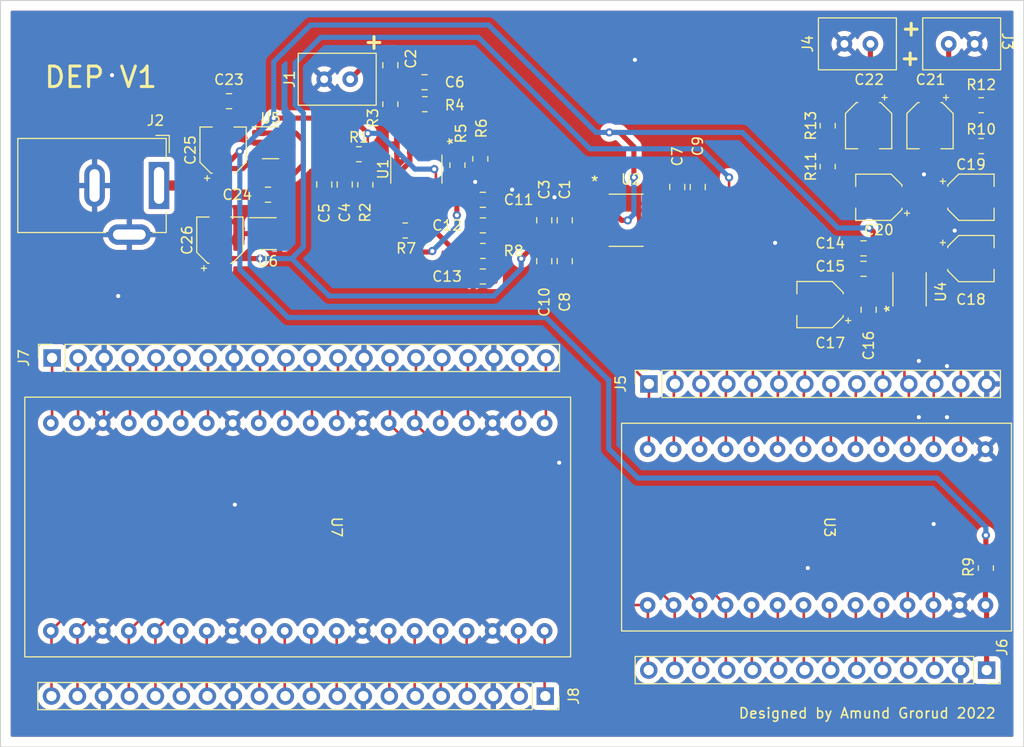
<source format=kicad_pcb>
(kicad_pcb (version 20211014) (generator pcbnew)
  (layers (0 "F.Cu" signal) (31 "B.Cu" signal) (34 "B.Paste" user) (35 "F.Paste" user) (36 "B.SilkS" user "B.Silkscreen") (37 "F.SilkS" user "F.Silkscreen") (38 "B.Mask" user) (39 "F.Mask" user) (44 "Edge.Cuts" user))
  (net 0 "")
  (net 1 "GND")
  (net 2 "+5V")
  (net 3 "Net-(C2-Pad2)")
  (net 4 "Net-(C7-Pad1)")
  (net 5 "+3V3")
  (net 6 "/Input/Vin-")
  (net 7 "/Input/Vin+")
  (net 8 "Net-(C19-Pad2)")
  (net 9 "Net-(C20-Pad2)")
  (net 10 "/Output/PedalOut")
  (net 11 "/Output/HeadphoneOut")
  (net 12 "/FPGA/DATA")
  (net 13 "/FPGA/FSYNC")
  (net 14 "/FPGA/BCK")
  (net 15 "/FPGA/SCKID")
  (net 16 "/FPGA/HPFD")
  (net 17 "/FPGA/~{RST}")
  (net 18 "/FPGA/RATE")
  (net 19 "/FPGA/MCLK")
  (net 20 "/FPGA/~{DEM}{slash}SCLK")
  (net 21 "/FPGA/SDIN")
  (net 22 "/FPGA/LRCK")
  (net 23 "/FPGA/SPI_SCK")
  (net 24 "/FPGA/SPI_CS")
  (net 25 "/FPGA/SCL")
  (net 26 "/FPGA/SDA")
  (net 27 "/signal_in")
  (net 28 "/9Vin")
  (net 29 "/Input/2V5_reference_input_stage")
  (net 30 "/Input/OPamp_1_positive_input")
  (net 31 "/Input/OPamp_1_output")
  (net 32 "/Input/OPamp_2_positive_input")
  (net 33 "/Input/OPamp_2_output")
  (net 34 "/FPGA/FPGA_GPIO_6")
  (net 35 "/FPGA/FPGA_GPIO_5")
  (net 36 "/FPGA/FPGA_Vin")
  (net 37 "/FPGA/FPGA_GPIO_23")
  (net 38 "/FPGA/FPGA_GPIO_22")
  (net 39 "/FPGA/FPGA_GPIO_21")
  (net 40 "/FPGA/FPGA_GPIO_20")
  (net 41 "/FPGA/FPGA_GPIO_19")
  (net 42 "/FPGA/FPGA_GPIO_18")
  (net 43 "/Output/DAC_VQ")
  (net 44 "/Output/DAC_FILT+")
  (net 45 "/Output/DAC_OUT_L")
  (net 46 "/Output/DAC_OUT_R")
  (net 47 "/MCU/MCU_GP15")
  (net 48 "/MCU/MCU_GP14")
  (net 49 "/MCU/MCU_GP13")
  (net 50 "/MCU/MCU_GP12")
  (net 51 "/MCU/MCU_GP11")
  (net 52 "/MCU/MCU_GP10")
  (net 53 "/MCU/MCU_GP9")
  (net 54 "/MCU/MCU_GP8")
  (net 55 "/MCU/MCU_GP7")
  (net 56 "/MCU/MCU_GP6")
  (net 57 "/MCU/MCU_GP3")
  (net 58 "/MCU/MCU_GP2")
  (net 59 "/MCU/MCU_GP1")
  (net 60 "/MCU/MCU_GP0")
  (net 61 "/MCU/MCU_VBUS")
  (net 62 "/MCU/MCU_VSYS")
  (net 63 "/MCU/MCU_3V3_EN")
  (net 64 "/MCU/MC_3V3")
  (net 65 "/MCU/MCU_GP28")
  (net 66 "/MCU/MCU_GP27")
  (net 67 "/MCU/MCU_GP26")
  (net 68 "/MCU/MCU_RUN")
  (net 69 "/MCU/MCU_GP22")
  (net 70 "/MCU/MCU_GP21")
  (net 71 "/MCU/MCU_GP20")
  (net 72 "/MCU/MCU_ADC_VREF")
  (net 73 "/FPGA/SPI_CIPO")
  (net 74 "/FPGA/SPI_POCI")
  (footprint "Homemade:Audio Jack Row" (layer "F.Cu") (at 187.556 77.24 -90)
    (fp_text reference "J4")
    (fp_text value "AudioJack2")
  )
  (footprint "Capacitor_SMD:C_0805_2012Metric" (layer "F.Cu") (at 166.141 91.24 -90)
    (fp_text reference "C7")
    (fp_text value "0.1uF")
  )
  (footprint "Capacitor_SMD:CP_Elec_4x3" (layer "F.Cu") (at 185.841 92.24 180)
    (fp_text reference "C20")
    (fp_text value "3.3uF")
  )
  (footprint "Resistor_SMD:R_0805_2012Metric" (layer "F.Cu") (at 196.3 128.5 -90)
    (fp_text reference "R9")
    (fp_text value "0")
  )
  (footprint "Connector_PinSocket_2.54mm:PinSocket_1x14_P2.54mm_Vertical" (layer "F.Cu") (at 196.371 138.485 -90)
    (fp_text reference "J6")
    (fp_text value "Conn_01x14")
  )
  (footprint "Capacitor_SMD:C_0805_2012Metric" (layer "F.Cu") (at 147.141 92.49 180)
    (fp_text reference "C11")
    (fp_text value "100pF")
  )
  (footprint "Resistor_SMD:R_0805_2012Metric" (layer "F.Cu") (at 195.841 83.24 180)
    (fp_text reference "R12")
    (fp_text value "470")
  )
  (footprint "CS4345:CS4345-CZZ" (layer "F.Cu") (at 188.841 101.24 90)
    (fp_text reference "U4")
    (fp_text value "CS4345-CZZ" hide)
  )
  (footprint "Capacitor_SMD:C_0805_2012Metric" (layer "F.Cu") (at 153.141 98.49 90)
    (fp_text reference "C10")
    (fp_text value "10uF")
  )
  (footprint "Capacitor_SMD:CP_Elec_4x3" (layer "F.Cu") (at 184.841 85.24 -90)
    (fp_text reference "C22")
    (fp_text value "?")
  )
  (footprint "Resistor_SMD:R_0805_2012Metric" (layer "F.Cu") (at 138.101 83.14 -90)
    (fp_text reference "R3")
    (fp_text value "?")
  )
  (footprint "Resistor_SMD:R_0805_2012Metric" (layer "F.Cu") (at 139.5535 95.49)
    (fp_text reference "R7")
    (fp_text value "2.49k")
  )
  (footprint "Capacitor_SMD:C_0805_2012Metric" (layer "F.Cu") (at 138.101 79.33 -90)
    (fp_text reference "C2")
    (fp_text value "10uF")
  )
  (footprint "Connector_PinSocket_2.54mm:PinSocket_1x20_P2.54mm_Vertical" (layer "F.Cu") (at 105.041 107.955 90)
    (fp_text reference "J7")
    (fp_text value "Conn_01x20")
  )
  (footprint "Resistor_SMD:R_0805_2012Metric" (layer "F.Cu") (at 180.841 85.24 90)
    (fp_text reference "R13")
    (fp_text value "470")
  )
  (footprint "Capacitor_SMD:C_0805_2012Metric" (layer "F.Cu") (at 168.141 91.24 -90)
    (fp_text reference "C9")
    (fp_text value "10uF")
  )
  (footprint "Homemade:Audio Jack Row" (layer "F.Cu") (at 190.126 77.24 90)
    (fp_text reference "J3")
    (fp_text value "AudioJack2")
  )
  (footprint "Resistor_SMD:R_0805_2012Metric" (layer "F.Cu") (at 195.841 87.24)
    (fp_text reference "R10")
    (fp_text value "10k")
  )
  (footprint "Homemade:Audio Jack Row" (layer "F.Cu") (at 136.715 80.7 -90)
    (fp_text reference "J1")
    (fp_text value "AudioJack2")
  )
  (footprint "Capacitor_SMD:C_0805_2012Metric" (layer "F.Cu") (at 147.141 94.99)
    (fp_text reference "C12")
    (fp_text value "0.022uF")
  )
  (footprint "Capacitor_SMD:C_0805_2012Metric" (layer "F.Cu") (at 131.641 90.99 90)
    (fp_text reference "C5")
    (fp_text value "0.1uF")
  )
  (footprint "Capacitor_SMD:C_0805_2012Metric" (layer "F.Cu") (at 155.141 94.49 -90)
    (fp_text reference "C1")
    (fp_text value "10uF")
  )
  (footprint "Resistor_SMD:R_0805_2012Metric" (layer "F.Cu") (at 147.141 97.49)
    (fp_text reference "R8")
    (fp_text value "40.2k")
  )
  (footprint "Capacitor_SMD:C_0805_2012Metric" (layer "F.Cu") (at 184.341 99.24 180)
    (fp_text reference "C15")
    (fp_text value "0.1uF")
  )
  (footprint "Resistor_SMD:R_0805_2012Metric" (layer "F.Cu") (at 135.021 88.0325)
    (fp_text reference "R1")
    (fp_text value "10k")
  )
  (footprint "Capacitor_SMD:CP_Elec_4x3" (layer "F.Cu") (at 190.841 85.24 -90)
    (fp_text reference "C21")
    (fp_text value "?")
  )
  (footprint "Capacitor_SMD:C_0805_2012Metric" (layer "F.Cu") (at 122.3275 82.846 180)
    (fp_text reference "C23")
    (fp_text value "0.1uF")
  )
  (footprint "Capacitor_SMD:C_0805_2012Metric" (layer "F.Cu") (at 184.841 103.24 90)
    (fp_text reference "C16")
    (fp_text value "0.1uF")
  )
  (footprint "Capacitor_SMD:C_0805_2012Metric" (layer "F.Cu") (at 141.441 80.99)
    (fp_text reference "C6")
    (fp_text value "?")
  )
  (footprint "Resistor_SMD:R_0805_2012Metric" (layer "F.Cu") (at 146.891 88.49 -90)
    (fp_text reference "R6")
    (fp_text value "40.2k")
  )
  (footprint "Homemade:TinyFPGA BX" (layer "F.Cu") (at 178.48 124.5 -90)
    (fp_text reference "U3")
    (fp_text value "TinyFPGA_BX")
  )
  (footprint "Resistor_SMD:R_0805_2012Metric" (layer "F.Cu") (at 144.656 89.105 90)
    (fp_text reference "R5")
    (fp_text value "2.49k")
  )
  (footprint "Resistor_SMD:R_0805_2012Metric" (layer "F.Cu") (at 180.841 89.24 90)
    (fp_text reference "R11")
    (fp_text value "10k")
  )
  (footprint "Homemade:Raspberry Pi Pico" (layer "F.Cu") (at 155.716 124.49 -90)
    (fp_text reference "U7")
    (fp_text value "Raspberry_Pi_Pico")
  )
  (footprint "Capacitor_SMD:CP_Elec_4x3" (layer "F.Cu") (at 121.7535 87.63 90)
    (fp_text reference "C25")
    (fp_text value "4.7uF")
  )
  (footprint "Package_TO_SOT_SMD:SOT-23-5" (layer "F.Cu") (at 126.3915 86.91)
    (fp_text reference "U5")
    (fp_text value "MAX1615xUK")
  )
  (footprint "Capacitor_SMD:CP_Elec_4x3" (layer "F.Cu") (at 194.841 92.24)
    (fp_text reference "C19")
    (fp_text value "3.3uF")
  )
  (footprint "Capacitor_SMD:C_0805_2012Metric" (layer "F.Cu") (at 155.141 98.49 90)
    (fp_text reference "C8")
    (fp_text value "0.1uF")
  )
  (footprint "Capacitor_SMD:CP_Elec_4x3" (layer "F.Cu") (at 180.091 102.74 180)
    (fp_text reference "C17")
    (fp_text value "3.3uF")
  )
  (footprint "Capacitor_SMD:C_0805_2012Metric" (layer "F.Cu") (at 184.341 97.24 180)
    (fp_text reference "C14")
    (fp_text value "1uF")
  )
  (footprint "PCM4201:PCM4201PWR" (layer "F.Cu") (at 161.141 94.49)
    (fp_text reference "U2")
    (fp_text value "PCM4201PWR" hide)
  )
  (footprint "Capacitor_SMD:C_0805_2012Metric" (layer "F.Cu") (at 147.141 99.99)
    (fp_text reference "C13")
    (fp_text value "100pF")
  )
  (footprint "OPA2134:OPA2134UAE4" (layer "F.Cu") (at 140.641 89.49 -90)
    (fp_text reference "U1")
    (fp_text value "OPA2134" hide)
  )
  (footprint "Capacitor_SMD:C_0805_2012Metric" (layer "F.Cu") (at 126.141 91.99)
    (fp_text reference "C24")
    (fp_text value "0.1uF")
  )
  (footprint "Connector_PinSocket_2.54mm:PinSocket_1x20_P2.54mm_Vertical" (layer "F.Cu") (at 153.241 141.025 -90)
    (fp_text reference "J8")
    (fp_text value "Conn_01x20")
  )
  (footprint "Capacitor_SMD:CP_Elec_4x3" (layer "F.Cu") (at 121.4385 96.435 90)
    (fp_text reference "C26")
    (fp_text value "4.7uF")
  )
  (footprint "Package_TO_SOT_SMD:SOT-23-5" (layer "F.Cu") (at 126.1375 95.8)
    (fp_text reference "U6")
    (fp_text value "MAX1615xUK")
  )
  (footprint "Capacitor_SMD:CP_Elec_4x3" (layer "F.Cu") (at 194.841 98.24)
    (fp_text reference "C18")
    (fp_text value "10uF")
  )
  (footprint "Connector_BarrelJack:BarrelJack_GCT_DCJ200-10-A_Horizontal" (layer "F.Cu") (at 115.491 91.09 -90)
    (fp_text reference "J2")
    (fp_text value "Barrel_Jack_Switch")
  )
  (footprint "Connector_PinSocket_2.54mm:PinSocket_1x14_P2.54mm_Vertical" (layer "F.Cu") (at 163.371 110.495 90)
    (fp_text reference "J5")
    (fp_text value "Conn_01x14")
  )
  (footprint "Resistor_SMD:R_0805_2012Metric" (layer "F.Cu") (at 141.466 83.14)
    (fp_text reference "R4")
    (fp_text value "?")
  )
  (footprint "Resistor_SMD:R_0805_2012Metric" (layer "F.Cu") (at 135.656 91.0175 90)
    (fp_text reference "R2")
    (fp_text value "10k")
  )
  (footprint "Capacitor_SMD:C_0805_2012Metric" (layer "F.Cu") (at 153.141 94.49 -90)
    (fp_text reference "C3")
    (fp_text value "0.1uF")
  )
  (footprint "Capacitor_SMD:C_0805_2012Metric" (layer "F.Cu") (at 133.641 90.99 90)
    (fp_text reference "C4")
    (fp_text value "10uF")
  )
  (gr_rect (start 100 73) (end 200 146) (layer "Edge.Cuts") (width 0.1) (fill none))
  (gr_text "+" (at 188.9 78.6) (layer "F.SilkS") (effects (font (size 1.5 1.5) (thickness 0.3))))
  (gr_text "DEP V1" (at 109.8 80.5) (layer "F.SilkS") (effects (font (size 2 2) (thickness 0.3))))
  (gr_text "+" (at 189 75.7) (layer "F.SilkS") (effects (font (size 1.5 1.5) (thickness 0.3))))
  (gr_text "Designed by Amund Grorud 2022" (at 184.7 142.7) (layer "F.SilkS") (effects (font (size 1 1))))
  (gr_text "+" (at 136.5 77) (layer "F.SilkS") (effects (font (size 1.5 1.5) (thickness 0.3))))
  (segment (start 154.141 93.49) (end 154.191 93.54) (width 0.25) (layer "F.Cu") (net 1))
  (segment (start 155.165999 93.515001) (end 155.141 93.54) (width 0.25) (layer "F.Cu") (net 1))
  (segment (start 154.141 93.49) (end 153.191 93.49) (width 0.25) (layer "F.Cu") (net 1))
  (segment (start 146.191 90.94) (end 146.391 90.74) (width 0.25) (layer "F.Cu") (net 1))
  (segment (start 110.121 107.955) (end 110.121 114.205) (width 0.25) (layer "F.Cu") (net 1))
  (segment (start 166.141 92.19) (end 164.815999 93.515001) (width 0.5) (layer "F.Cu") (net 1))
  (segment (start 188.841 100.24) (end 189.341 100.74) (width 0.25) (layer "F.Cu") (net 1))
  (segment (start 158.3216 93.515001) (end 155.165999 93.515001) (width 0.25) (layer "F.Cu") (net 1))
  (segment (start 158.3216 93.515001) (end 163.9604 93.515001) (width 0.25) (layer "F.Cu") (net 1))
  (segment (start 188.841 99.08735) (end 188.841 100.24) (width 0.25) (layer "F.Cu") (net 1))
  (segment (start 154.141 92.24) (end 154.141 93.49) (width 0.25) (layer "F.Cu") (net 1))
  (segment (start 110.121 114.205) (end 109.996 114.33) (width 0.25) (layer "F.Cu") (net 1))
  (segment (start 153.191 93.49) (end 153.141 93.54) (width 0.25) (layer "F.Cu") (net 1))
  (segment (start 164.815999 93.515001) (end 163.9604 93.515001) (width 0.5) (layer "F.Cu") (net 1))
  (segment (start 154.191 93.54) (end 155.141 93.54) (width 0.25) (layer "F.Cu") (net 1))
  (segment (start 146.191 92.49) (end 146.191 90.94) (width 0.25) (layer "F.Cu") (net 1))
  (via (at 111.5 101.9) (size 0.8) (drill 0.4) (layers "F.Cu" "B.Cu") (net 1))
  (via (at 193.25 95.5) (size 0.8) (drill 0.4) (layers "F.Cu" "B.Cu") (net 1))
  (via (at 154.6 118.2) (size 0.8) (drill 0.4) (layers "F.Cu" "B.Cu") (net 1))
  (via (at 191.2 124.2) (size 0.8) (drill 0.4) (layers "F.Cu" "B.Cu") (net 1))
  (via (at 190.25 90) (size 0.8) (drill 0.4) (layers "F.Cu" "B.Cu") (net 1))
  (via (at 154.141 92.24) (size 0.8) (drill 0.4) (layers "F.Cu" "B.Cu") (net 1))
  (via (at 146.391 90.74) (size 0.8) (drill 0.4) (layers "F.Cu" "B.Cu") (net 1))
  (via (at 122.9 122.3) (size 0.8) (drill 0.4) (layers "F.Cu" "B.Cu") (net 1))
  (via (at 175.7 96.7) (size 0.8) (drill 0.4) (layers "F.Cu" "B.Cu") (net 1))
  (via (at 189.75 113.75) (size 0.8) (drill 0.4) (layers "F.Cu" "B.Cu") (net 1))
  (via (at 189.75 108.25) (size 0.8) (drill 0.4) (layers "F.Cu" "B.Cu") (net 1))
  (via (at 192.5 113.75) (size 0.8) (drill 0.4) (layers "F.Cu" "B.Cu") (net 1))
  (via (at 178.9 128.5) (size 0.8) (drill 0.4) (layers "F.Cu" "B.Cu") (net 1))
  (via (at 192.5 108.75) (size 0.8) (drill 0.4) (layers "F.Cu" "B.Cu") (net 1))
  (via (at 162 78.8) (size 0.8) (drill 0.4) (layers "F.Cu" "B.Cu") (net 1))
  (via (at 110.9 80.3) (size 0.8) (drill 0.4) (layers "F.Cu" "B.Cu") (net 1))
  (via (at 150 91.5) (size 0.8) (drill 0.4) (layers "F.Cu" "B.Cu") (net 1))
  (segment (start 188.143821 100.24) (end 188.341 100.042821) (width 0.25) (layer "F.Cu") (net 2))
  (segment (start 160.5 85.9) (end 161 86.4) (width 0.5) (layer "F.Cu") (net 2))
  (segment (start 135.891 87.99) (end 135.9335 88.0325) (width 0.25) (layer "F.Cu") (net 2))
  (segment (start 186.291 100.24) (end 188.143821 100.24) (width 0.25) (layer "F.Cu") (net 2))
  (segment (start 160.364999 94.164999) (end 158.3216 94.164999) (width 0.5) (layer "F.Cu") (net 2))
  (segment (start 121.7535 89.3775) (end 123.391 87.74) (width 0.5) (layer "F.Cu") (net 2))
  (segment (start 159.5 85.9) (end 160.5 85.9) (width 0.5) (layer "F.Cu") (net 2))
  (segment (start 134.401 84.5) (end 135.891 85.99) (width 0.5) (layer "F.Cu") (net 2))
  (segment (start 121.7535 89.43) (end 121.7535 89.3775) (width 0.5) (layer "F.Cu") (net 2))
  (segment (start 155.141 95.44) (end 155.941 95.44) (width 0.25) (layer "F.Cu") (net 2))
  (segment (start 153.141 95.44) (end 155.141 95.44) (width 0.25) (layer "F.Cu") (net 2))
  (segment (start 142.546 89.645) (end 142.546 91.9538) (width 0.25) (layer "F.Cu") (net 2))
  (segment (start 135.891 85.99) (end 135.891 87.99) (width 0.25) (layer "F.Cu") (net 2))
  (segment (start 184.94 95.24) (end 185.291 95.591) (width 0.5) (layer "F.Cu") (net 2))
  (segment (start 160.7 94.5) (end 160.364999 94.164999) (width 0.5) (layer "F.Cu") (net 2))
  (segment (start 185.291 95.591) (end 185.291 97.24) (width 0.5) (layer "F.Cu") (net 2))
  (segment (start 185.291 99.24) (end 186.291 100.24) (width 0.25) (layer "F.Cu") (net 2))
  (segment (start 161 86.4) (end 161.9 87.3) (width 0.5) (layer "F.Cu") (net 2))
  (segment (start 157.216001 94.164999) (end 158.3216 94.164999) (width 0.25) (layer "F.Cu") (net 2))
  (segment (start 125.254 87.86) (end 127.529 87.86) (width 0.25) (layer "F.Cu") (net 2))
  (segment (start 188.341 100.042821) (end 188.341001 99.08735) (width 0.25) (layer "F.Cu") (net 2))
  (segment (start 142.391 89.49) (end 142.546 89.645) (width 0.25) (layer "F.Cu") (net 2))
  (segment (start 123.684 89.43) (end 121.7535 89.43) (width 0.5) (layer "F.Cu") (net 2))
  (segment (start 184.891 95.24) (end 184.94 95.24) (width 0.5) (layer "F.Cu") (net 2))
  (segment (start 125.254 87.86) (end 123.684 89.43) (width 0.5) (layer "F.Cu") (net 2))
  (segment (start 126.7 84.5) (end 134.401 84.5) (width 0.5) (layer "F.Cu") (net 2))
  (segment (start 161.3 94.5) (end 160.7 94.5) (width 0.5) (layer "F.Cu") (net 2))
  (segment (start 185.291 97.24) (end 185.291 99.24) (width 0.5) (layer "F.Cu") (net 2))
  (segment (start 155.941 95.44) (end 157.216001 94.164999) (width 0.25) (layer "F.Cu") (net 2))
  (segment (start 161.9 87.3) (end 161.9 90.3) (width 0.5) (layer "F.Cu") (net 2))
  (segment (start 196.3 125.3) (end 196.3 127.5875) (width 0.5) (layer "F.Cu") (net 2))
  (via (at 196.3 125.3) (size 0.8) (drill 0.4) (layers "F.Cu" "B.Cu") (net 2))
  (via (at 126.7 84.5) (size 0.8) (drill 0.4) (layers "F.Cu" "B.Cu") (net 2))
  (via (at 161.3 94.5) (size 0.8) (drill 0.4) (layers "F.Cu" "B.Cu") (net 2))
  (via (at 135.891 85.99) (size 0.8) (drill 0.4) (layers "F.Cu" "B.Cu") (net 2))
  (via (at 123.391 87.74) (size 0.8) (drill 0.4) (layers "F.Cu" "B.Cu") (net 2))
  (via (at 161.9 90.3) (size 0.8) (drill 0.4) (layers "F.Cu" "B.Cu") (net 2))
  (via (at 142.391 89.49) (size 0.8) (drill 0.4) (layers "F.Cu" "B.Cu") (net 2))
  (via (at 184.891 95.24) (size 0.8) (drill 0.4) (layers "F.Cu" "B.Cu") (net 2))
  (via (at 159.5 85.9) (size 0.8) (drill 0.4) (layers "F.Cu" "B.Cu") (net 2))
  (segment (start 161.9 90.3) (end 161.9 93.9) (width 0.5) (layer "B.Cu") (net 2))
  (segment (start 158.2 85.9) (end 159.5 85.9) (width 0.5) (layer "B.Cu") (net 2))
  (segment (start 140.51 89.49) (end 142.391 89.49) (width 0.5) (layer "B.Cu") (net 2))
  (segment (start 147.7 75.4) (end 158.2 85.9) (width 0.5) (layer "B.Cu") (net 2))
  (segment (start 128.1 104) (end 153.3 104) (width 0.5) (layer "B.Cu") (net 2))
  (segment (start 126.7 79) (end 130.3 75.4) (width 0.5) (layer "B.Cu") (net 2))
  (segment (start 123.391 99.291) (end 128.1 104) (width 0.5) (layer "B.Cu") (net 2))
  (segment (start 172.5 85.9) (end 181.84 95.24) (width 0.5) (layer "B.Cu") (net 2))
  (segment (start 161.9 93.9) (end 161.3 94.5) (width 0.5) (layer "B.Cu") (net 2))
  (segment (start 162.3 119.7) (end 165.5 119.7) (width 0.5) (layer "B.Cu") (net 2))
  (segment (start 196.3 124.5) (end 196.3 125.3) (width 0.5) (layer "B.Cu") (net 2))
  (segment (start 153.3 104) (end 159.439511 110.139511) (width 0.5) (layer "B.Cu") (net 2))
  (segment (start 194.8 123) (end 196.3 124.5) (width 0.5) (layer "B.Cu") (net 2))
  (segment (start 159.439511 116.839511) (end 159.7 117.1) (width 0.5) (layer "B.Cu") (net 2))
  (segment (start 159.439511 110.139511) (end 159.439511 116.839511) (width 0.5) (layer "B.Cu") (net 2))
  (segment (start 191.5 119.7) (end 194.8 123) (width 0.5) (layer "B.Cu") (net 2))
  (segment (start 125.21 85.99) (end 126.7 84.5) (width 0.5) (layer "B.Cu") (net 2))
  (segment (start 159.7 117.1) (end 162.3 119.7) (width 0.5) (layer "B.Cu") (net 2))
  (segment (start 137.01 85.99) (end 140.51 89.49) (width 0.5) (layer "B.Cu") (net 2))
  (segment (start 125.141 85.99) (end 125.21 85.99) (width 0.5) (layer "B.Cu") (net 2))
  (segment (start 123.391 87.74) (end 125.141 85.99) (width 0.5) (layer "B.Cu") (net 2))
  (segment (start 135.891 85.99) (end 137.01 85.99) (width 0.5) (layer "B.Cu") (net 2))
  (segment (start 126.7 84.5) (end 126.7 79) (width 0.5) (layer "B.Cu") (net 2))
  (segment (start 123.391 87.74) (end 123.391 99.291) (width 0.5) (layer "B.Cu") (net 2))
  (segment (start 159.5 85.9) (end 172.5 85.9) (width 0.5) (layer "B.Cu") (net 2))
  (segment (start 130.3 75.4) (end 147.7 75.4) (width 0.5) (layer "B.Cu") (net 2))
  (segment (start 165.5 119.7) (end 191.5 119.7) (width 0.5) (layer "B.Cu") (net 2))
  (segment (start 181.84 95.24) (end 184.891 95.24) (width 0.5) (layer "B.Cu") (net 2))
  (segment (start 138.101 80.28) (end 138.101 82.2275) (width 0.5) (layer "F.Cu") (net 3))
  (segment (start 163.9604 92.0396) (end 163.9604 92.215001) (width 0.5) (layer "F.Cu") (net 4))
  (segment (start 165.71 90.29) (end 163.9604 92.0396) (width 0.5) (layer "F.Cu") (net 4))
  (segment (start 166.141 90.29) (end 165.71 90.29) (width 0.5) (layer "F.Cu") (net 4))
  (segment (start 168.141 90.29) (end 166.141 90.29) (width 0.5) (layer "F.Cu") (net 4))
  (segment (start 171.2 92.6) (end 171.2 90.3) (width 0.25) (layer "F.Cu") (net 5))
  (segment (start 155.36 97.54) (end 156.6 96.3) (width 0.5) (layer "F.Cu") (net 5))
  (segment (start 163.9604 94.165002) (end 169.634998 94.165002) (width 0.25) (layer "F.Cu") (net 5))
  (segment (start 155.141 97.54) (end 155.36 97.54) (width 0.5) (layer "F.Cu") (net 5))
  (segment (start 123.515 98.235) (end 125.386 98.235) (width 0.5) (layer "F.Cu") (net 5))
  (segment (start 123.515 98.235) (end 121.4385 98.235) (width 0.5) (layer "F.Cu") (net 5))
  (segment (start 169.634998 94.165002) (end 171.2 92.6) (width 0.25) (layer "F.Cu") (net 5))
  (segment (start 153.141 97.54) (end 155.141 97.54) (width 0.5) (layer "F.Cu") (net 5))
  (segment (start 156.6 96.3) (end 156.6 96.1) (width 0.5) (layer "F.Cu") (net 5))
  (segment (start 157.235001 95.464999) (end 158.3216 95.464999) (width 0.5) (layer "F.Cu") (net 5))
  (segment (start 150.891 98.24) (end 150.891 98.209) (width 0.5) (layer "F.Cu") (net 5))
  (segment (start 156.6 96.1) (end 157.235001 95.464999) (width 0.5) (layer "F.Cu") (net 5))
  (segment (start 150.891 98.209) (end 151.56 97.54) (width 0.5) (layer "F.Cu") (net 5))
  (segment (start 125.386 98.235) (end 125.391 98.24) (width 0.5) (layer "F.Cu") (net 5))
  (segment (start 125 96.75) (end 123.515 98.235) (width 0.5) (layer "F.Cu") (net 5))
  (segment (start 151.56 97.54) (end 153.141 97.54) (width 0.5) (layer "F.Cu") (net 5))
  (via (at 150.891 98.24) (size 0.8) (drill 0.4) (layers "F.Cu" "B.Cu") (net 5))
  (via (at 171.2 90.3) (size 0.8) (drill 0.4) (layers "F.Cu" "B.Cu") (net 5))
  (via (at 125.391 98.24) (size 0.8) (drill 0.4) (layers "F.Cu" "B.Cu") (net 5))
  (segment (start 132.12 101.9) (end 148.2 101.9) (width 0.5) (layer "B.Cu") (net 5))
  (segment (start 157.6 87.5) (end 168.4 87.5) (width 0.5) (layer "B.Cu") (net 5))
  (segment (start 146.7 76.6) (end 157.6 87.5) (width 0.5) (layer "B.Cu") (net 5))
  (segment (start 129.6 84) (end 128.8 83.2) (width 0.5) (layer "B.Cu") (net 5))
  (segment (start 128.8 83.2) (end 128.8 79.1) (width 0.5) (layer "B.Cu") (net 5))
  (segment (start 128.46 98.24) (end 132.12 101.9) (width 0.5) (layer "B.Cu") (net 5))
  (segment (start 129.6 97.1) (end 129.6 84) (width 0.5) (layer "B.Cu") (net 5))
  (segment (start 150.891 99.209) (end 150.891 98.24) (width 0.5) (layer "B.Cu") (net 5))
  (segment (start 131.3 76.6) (end 146.7 76.6) (width 0.5) (layer "B.Cu") (net 5))
  (segment (start 128.46 98.24) (end 125.391 98.24) (width 0.5) (layer "B.Cu") (net 5))
  (segment (start 128.8 79.1) (end 131.3 76.6) (width 0.5) (layer "B.Cu") (net 5))
  (segment (start 128.46 98.24) (end 129.6 97.1) (width 0.5) (layer "B.Cu") (net 5))
  (segment (start 148.2 101.9) (end 150.891 99.209) (width 0.5) (layer "B.Cu") (net 5))
  (segment (start 168.4 87.5) (end 171.2 90.3) (width 0.5) (layer "B.Cu") (net 5))
  (segment (start 148.6 90.1) (end 159.2 90.1) (width 0.5) (layer "F.Cu") (net 6))
  (segment (start 160.2 92.231623) (end 159.599311 92.832312) (width 0.5) (layer "F.Cu") (net 6))
  (segment (start 148.091 90.591) (end 148.109 90.591) (width 0.5) (layer "F.Cu") (net 6))
  (segment (start 148.091 92.49) (end 148.091 94.99) (width 0.5) (layer "F.Cu") (net 6))
  (segment (start 148.109 90.591) (end 148.6 90.1) (width 0.5) (layer "F.Cu") (net 6))
  (segment (start 159.2 90.1) (end 160.2 91.1) (width 0.5) (layer "F.Cu") (net 6))
  (segment (start 160.2 91.1) (end 160.2 92.231623) (width 0.5) (layer "F.Cu") (net 6))
  (segment (start 148.091 90.591) (end 148.091 92.49) (width 0.5) (layer "F.Cu") (net 6))
  (segment (start 146.891 89.4025) (end 146.9025 89.4025) (width 0.5) (layer "F.Cu") (net 6))
  (segment (start 159.599311 92.832312) (end 159.1 92.832312) (width 0.5) (layer "F.Cu") (net 6))
  (segment (start 146.9025 89.4025) (end 148.091 90.591) (width 0.5) (layer "F.Cu") (net 6))
  (segment (start 150.6 93.1) (end 152.6 91.1) (width 0.5) (layer "F.Cu") (net 7))
  (segment (start 146.191 95.391) (end 148.0535 97.2535) (width 0.5) (layer "F.Cu") (net 7))
  (segment (start 148.0535 97.49) (end 148.0535 99.9525) (width 0.5) (layer "F.Cu") (net 7))
  (segment (start 148.0535 97.49) (end 148.51 97.49) (width 0.5) (layer "F.Cu") (net 7))
  (segment (start 148.0535 99.9525) (end 148.091 99.99) (width 0.5) (layer "F.Cu") (net 7))
  (segment (start 157.015001 92.215001) (end 157.030002 92.2) (width 0.5) (layer "F.Cu") (net 7))
  (segment (start 146.191 94.99) (end 146.191 95.391) (width 0.5) (layer "F.Cu") (net 7))
  (segment (start 148.51 97.49) (end 150.6 95.4) (width 0.5) (layer "F.Cu") (net 7))
  (segment (start 157.030002 92.2) (end 157.5 92.2) (width 0.5) (layer "F.Cu") (net 7))
  (segment (start 148.0535 97.2535) (end 148.0535 97.49) (width 0.5) (layer "F.Cu") (net 7))
  (segment (start 152.6 91.1) (end 155.9 91.1) (width 0.5) (layer "F.Cu") (net 7))
  (segment (start 155.9 91.1) (end 157.015001 92.215001) (width 0.5) (layer "F.Cu") (net 7))
  (segment (start 150.6 95.4) (end 150.6 93.1) (width 0.5) (layer "F.Cu") (net 7))
  (segment (start 196.641 92.24) (end 196.641 87.3525) (width 0.5) (layer "F.Cu") (net 8))
  (segment (start 196.7535 87.24) (end 196.7535 83.24) (width 0.5) (layer "F.Cu") (net 8))
  (segment (start 196.641 87.3525) (end 196.7535 87.24) (width 0.5) (layer "F.Cu") (net 8))
  (segment (start 180.841 88.3275) (end 180.841 86.1525) (width 0.5) (layer "F.Cu") (net 9))
  (segment (start 184.041 90.441) (end 181.9275 88.3275) (width 0.5) (layer "F.Cu") (net 9))
  (segment (start 184.041 92.24) (end 184.041 90.441) (width 0.5) (layer "F.Cu") (net 9))
  (segment (start 181.9275 88.3275) (end 180.841 88.3275) (width 0.5) (layer "F.Cu") (net 9))
  (segment (start 192.666 81.615) (end 192.666 77.24) (width 0.5) (layer "F.Cu") (net 10))
  (segment (start 190.841 83.44) (end 192.666 81.615) (width 0.5) (layer "F.Cu") (net 10))
  (segment (start 194.9285 83.24) (end 191.041 83.24) (width 0.5) (layer "F.Cu") (net 10))
  (segment (start 191.041 83.24) (end 190.841 83.44) (width 0.5) (layer "F.Cu") (net 10))
  (segment (start 180.841 84.3275) (end 183.9535 84.3275) (width 0.5) (layer "F.Cu") (net 11))
  (segment (start 183.9535 84.3275) (end 184.841 83.44) (width 0.5) (layer "F.Cu") (net 11))
  (segment (start 184.841 83.44) (end 185.016 83.265) (width 0.5) (layer "F.Cu") (net 11))
  (segment (start 185.016 83.265) (end 185.016 77.24) (width 0.5) (layer "F.Cu") (net 11))
  (segment (start 170.886 116.87) (end 170.886 110.6) (width 0.25) (layer "F.Cu") (net 12))
  (segment (start 170.886 110.6) (end 170.991 110.495) (width 0.25) (layer "F.Cu") (net 12))
  (segment (start 170.991 107.34) (end 163.9604 100.3094) (width 0.25) (layer "F.Cu") (net 12))
  (segment (start 163.9604 100.3094) (end 163.9604 96.764999) (width 0.25) (layer "F.Cu") (net 12))
  (segment (start 170.991 110.495) (end 170.991 107.34) (width 0.25) (layer "F.Cu") (net 12))
  (segment (start 173.426 116.87) (end 173.426 110.6) (width 0.25) (layer "F.Cu") (net 13))
  (segment (start 165.891 96.957401) (end 165.0486 96.115001) (width 0.25) (layer "F.Cu") (net 13))
  (segment (start 173.531 110.495) (end 173.531 107.63) (width 0.25) (layer "F.Cu") (net 13))
  (segment (start 165.891 99.99) (end 165.891 96.957401) (width 0.25) (layer "F.Cu") (net 13))
  (segment (start 165.0486 96.115001) (end 163.9604 96.115001) (width 0.25) (layer "F.Cu") (net 13))
  (segment (start 173.426 110.6) (end 173.531 110.495) (width 0.25) (layer "F.Cu") (net 13))
  (segment (start 173.531 107.63) (end 165.891 99.99) (width 0.25) (layer "F.Cu") (net 13))
  (segment (start 176.071 110.495) (end 176.071 108.17) (width 0.25) (layer "F.Cu") (net 14))
  (segment (start 167.141 99.24) (end 167.141 96.74) (width 0.25) (layer "F.Cu") (net 14))
  (segment (start 175.966 116.87) (end 175.966 110.6) (width 0.25) (layer "F.Cu") (net 14))
  (segment (start 165.865999 95.464999) (end 163.9604 95.464999) (width 0.25) (layer "F.Cu") (net 14))
  (segment (start 175.966 110.6) (end 176.071 110.495) (width 0.25) (layer "F.Cu") (net 14))
  (segment (start 167.141 96.74) (end 165.865999 95.464999) (width 0.25) (layer "F.Cu") (net 14))
  (segment (start 176.071 108.17) (end 167.141 99.24) (width 0.25) (layer "F.Cu") (net 14))
  (segment (start 178.611 110.495) (end 178.611 108.46) (width 0.25) (layer "F.Cu") (net 15))
  (segment (start 163.9604 94.6706) (end 163.9604 94.815001) (width 0.25) (layer "F.Cu") (net 15))
  (segment (start 163.963687 94.667313) (end 163.9604 94.6706) (width 0.25) (layer "F.Cu") (net 15))
  (segment (start 168.391 96.49) (end 166.568313 94.667313) (width 0.25) (layer "F.Cu") (net 15))
  (segment (start 168.391 98.24) (end 168.391 96.49) (width 0.25) (layer "F.Cu") (net 15))
  (segment (start 166.568313 94.667313) (end 163.963687 94.667313) (width 0.25) (layer "F.Cu") (net 15))
  (segment (start 178.611 108.46) (end 168.391 98.24) (width 0.25) (layer "F.Cu") (net 15))
  (segment (start 178.506 116.87) (end 178.506 110.6) (width 0.25) (layer "F.Cu") (net 15))
  (segment (start 178.506 110.6) (end 178.611 110.495) (width 0.25) (layer "F.Cu") (net 15))
  (segment (start 163.371 116.765) (end 163.266 116.87) (width 0.25) (layer "F.Cu") (net 16))
  (segment (start 158.3216 105.4456) (end 163.371 110.495) (width 0.25) (layer "F.Cu") (net 16))
  (segment (start 163.371 110.495) (end 163.371 116.765) (width 0.25) (layer "F.Cu") (net 16))
  (segment (start 158.3216 96.764999) (end 158.3216 105.4456) (width 0.25) (layer "F.Cu") (net 16))
  (segment (start 160.141 96.846198) (end 159.4098 96.114998) (width 0.25) (layer "F.Cu") (net 17))
  (segment (start 165.911 109.26) (end 160.141 103.49) (width 0.25) (layer "F.Cu") (net 17))
  (segment (start 160.141 103.49) (end 160.141 96.846198) (width 0.25) (layer "F.Cu") (net 17))
  (segment (start 159.4098 96.114998) (end 158.3216 96.114998) (width 0.25) (layer "F.Cu") (net 17))
  (segment (start 165.806 116.87) (end 165.806 110.6) (width 0.25) (layer "F.Cu") (net 17))
  (segment (start 165.911 110.495) (end 165.911 109.26) (width 0.25) (layer "F.Cu") (net 17))
  (segment (start 165.806 110.6) (end 165.911 110.495) (width 0.25) (layer "F.Cu") (net 17))
  (segment (start 168.451 116.765) (end 168.346 116.87) (width 0.25) (layer "F.Cu") (net 18))
  (segment (start 159.4098 94.814998) (end 158.3216 94.814998) (width 0.25) (layer "F.Cu") (net 18))
  (segment (start 168.451 110.495) (end 168.451 108.8) (width 0.25) (layer "F.Cu") (net 18))
  (segment (start 168.451 108.8) (end 161.141 101.49) (width 0.25) (layer "F.Cu") (net 18))
  (segment (start 161.141 96.546198) (end 159.4098 94.814998) (width 0.25) (layer "F.Cu") (net 18))
  (segment (start 168.451 110.495) (end 168.451 116.765) (width 0.25) (layer "F.Cu") (net 18))
  (segment (start 161.141 101.49) (end 161.141 96.546198) (width 0.25) (layer "F.Cu") (net 18))
  (segment (start 193.851 110.495) (end 193.851 116.765) (width 0.25) (layer "F.Cu") (net 19))
  (segment (start 189.340999 103.39265) (end 189.340999 104.189999) (width 0.25) (layer "F.Cu") (net 19))
  (segment (start 193.851 108.7) (end 193.851 110.495) (width 0.25) (layer "F.Cu") (net 19))
  (segment (start 193.851 116.765) (end 193.746 116.87) (width 0.25) (layer "F.Cu") (net 19))
  (segment (start 189.340999 104.189999) (end 193.851 108.7) (width 0.25) (layer "F.Cu") (net 19))
  (segment (start 188.771 110.495) (end 188.771 116.765) (width 0.25) (layer "F.Cu") (net 20))
  (segment (start 188.771 116.765) (end 188.666 116.87) (width 0.25) (layer "F.Cu") (net 20))
  (segment (start 188.341001 110.065001) (end 188.771 110.495) (width 0.25) (layer "F.Cu") (net 20))
  (segment (start 188.341001 103.39265) (end 188.341001 110.065001) (width 0.25) (layer "F.Cu") (net 20))
  (segment (start 186.231 104.65) (end 186.231 110.495) (width 0.25) (layer "F.Cu") (net 21))
  (segment (start 186.126 110.6) (end 186.231 110.495) (width 0.25) (layer "F.Cu") (net 21))
  (segment (start 187.48835 103.39265) (end 186.231 104.65) (width 0.25) (layer "F.Cu") (net 21))
  (segment (start 187.840999 103.39265) (end 187.48835 103.39265) (width 0.25) (layer "F.Cu") (net 21))
  (segment (start 186.126 116.87) (end 186.126 110.6) (width 0.25) (layer "F.Cu") (net 21))
  (segment (start 188.841 103.39265) (end 188.841 105.44) (width 0.25) (layer "F.Cu") (net 22))
  (segment (start 188.841 105.44) (end 191.311 107.91) (width 0.25) (layer "F.Cu") (net 22))
  (segment (start 191.311 107.91) (end 191.311 110.495) (width 0.25) (layer "F.Cu") (net 22))
  (segment (start 191.206 110.6) (end 191.311 110.495) (width 0.25) (layer "F.Cu") (net 22))
  (segment (start 191.206 116.87) (end 191.206 110.6) (width 0.25) (layer "F.Cu") (net 22))
  (segment (start 165.891 132.195) (end 165.806 132.11) (width 0.25) (layer "F.Cu") (net 23))
  (segment (start 112.536 134.65) (end 112.536 140.96) (width 0.25) (layer "F.Cu") (net 23))
  (segment (start 112.536 134.65) (end 116.686 130.5) (width 0.25) (layer "F.Cu") (net 23))
  (segment (start 165.891 138.485) (end 165.891 132.195) (width 0.25) (layer "F.Cu") (net 23))
  (segment (start 112.536 140.96) (end 112.601 141.025) (width 0.25) (layer "F.Cu") (net 23))
  (segment (start 164.16 130.5) (end 165.78 132.12) (width 0.25) (layer "F.Cu") (net 23))
  (segment (start 116.686 130.5) (end 164.16 130.5) (width 0.25) (layer "F.Cu") (net 23))
  (segment (start 113.106 129) (end 165.2 129) (width 0.25) (layer "F.Cu") (net 24))
  (segment (start 168.346 132.11) (end 168.346 138.4) (width 0.25) (layer "F.Cu") (net 24))
  (segment (start 107.521 134.715) (end 107.456 134.65) (width 0.25) (layer "F.Cu") (net 24))
  (segment (start 107.456 134.65) (end 113.106 129) (width 0.25) (layer "F.Cu") (net 24))
  (segment (start 165.2 129) (end 168.32 132.12) (width 0.25) (layer "F.Cu") (net 24))
  (segment (start 168.346 138.4) (end 168.431 138.485) (width 0.25) (layer "F.Cu") (net 24))
  (segment (start 107.521 141.025) (end 107.521 134.715) (width 0.25) (layer "F.Cu") (net 24))
  (segment (start 138.061 107.955) (end 138.061 114.205) (width 0.25) (layer "F.Cu") (net 25))
  (segment (start 138.061 114.205) (end 137.936 114.33) (width 0.25) (layer "F.Cu") (net 25))
  (segment (start 184.141 124.49) (end 188.666 129.015) (width 0.25) (layer "F.Cu") (net 25))
  (segment (start 188.666 138.4) (end 188.751 138.485) (width 0.25) (layer "F.Cu") (net 25))
  (segment (start 188.666 129.015) (end 188.666 132.11) (width 0.25) (layer "F.Cu") (net 25))
  (segment (start 137.936 114.33) (end 148.096 124.49) (width 0.25) (layer "F.Cu") (net 25))
  (segment (start 148.096 124.49) (end 184.141 124.49) (width 0.25) (layer "F.Cu") (net 25))
  (segment (start 188.666 132.11) (end 188.666 138.4) (width 0.25) (layer "F.Cu") (net 25))
  (segment (start 191.206 132.11) (end 191.206 138.4) (width 0.25) (layer "F.Cu") (net 26))
  (segment (start 140.476 114.33) (end 148.636 122.49) (width 0.25) (layer "F.Cu") (net 26))
  (segment (start 191.206 128.555) (end 191.206 132.11) (width 0.25) (layer "F.Cu") (net 26))
  (segment (start 185.141 122.49) (end 191.206 128.555) (width 0.25) (layer "F.Cu") (net 26))
  (segment (start 140.601 114.205) (end 140.476 114.33) (width 0.25) (layer "F.Cu") (net 26))
  (segment (start 148.636 122.49) (end 185.141 122.49) (width 0.25) (layer "F.Cu") (net 26))
  (segment (start 191.206 138.4) (end 191.291 138.485) (width 0.25) (layer "F.Cu") (net 26))
  (segment (start 140.601 107.955) (end 140.601 114.205) (width 0.25) (layer "F.Cu") (net 26))
  (segment (start 134.175 80.7) (end 136.475 78.4) (width 0.5) (layer "F.Cu") (net 27))
  (segment (start 138.081 78.4) (end 138.101 78.38) (width 0.5) (layer "F.Cu") (net 27))
  (segment (start 136.475 78.4) (end 138.081 78.4) (width 0.5) (layer "F.Cu") (net 27))
  (segment (start 119.74 91.99) (end 118.84 91.09) (width 1) (layer "F.Cu") (net 28))
  (segment (start 128.611 85.96) (end 128.86 85.96) (width 0.5) (layer "F.Cu") (net 28))
  (segment (start 119.74 91.99) (end 125.191 91.99) (width 1) (layer "F.Cu") (net 28))
  (segment (start 125.191 90.809) (end 125.191 91.99) (width 0.5) (layer "F.Cu") (net 28))
  (segment (start 128.611 85.96) (end 127.529 85.96) (width 0.25) (layer "F.Cu") (net 28))
  (segment (start 129.6 86.7) (end 129.6 89.031) (width 0.5) (layer "F.Cu") (net 28))
  (segment (start 125 94.85) (end 125 92.181) (width 0.5) (layer "F.Cu") (net 28))
  (segment (start 126.01 89.99) (end 125.191 90.809) (width 0.5) (layer "F.Cu") (net 28))
  (segment (start 128.641 89.99) (end 126.01 89.99) (width 0.5) (layer "F.Cu") (net 28))
  (segment (start 125.254 85.96) (end 125.254 84.8225) (width 0.5) (layer "F.Cu") (net 28))
  (segment (start 125 92.181) (end 125.191 91.99) (width 0.5) (layer "F.Cu") (net 28))
  (segment (start 118.84 91.09) (end 115.491 91.09) (width 1) (layer "F.Cu") (net 28))
  (segment (start 125 94.85) (end 127.275 94.85) (width 0.5) (layer "F.Cu") (net 28))
  (segment (start 125.254 85.96) (end 127.529 85.96) (width 0.25) (layer "F.Cu") (net 28))
  (segment (start 125.254 84.8225) (end 123.2775 82.846) (width 0.5) (layer "F.Cu") (net 28))
  (segment (start 129.6 89.031) (end 128.641 89.99) (width 0.5) (layer "F.Cu") (net 28))
  (segment (start 128.611 85.96) (end 125.254 85.96) (width 0.5) (layer "F.Cu") (net 28))
  (segment (start 128.86 85.96) (end 129.6 86.7) (width 0.5) (layer "F.Cu") (net 28))
  (segment (start 138.736 91.9538) (end 138.736 90.064) (width 0.5) (layer "F.Cu") (net 29))
  (segment (start 135.591 90.04) (end 135.656 90.105) (width 0.5) (layer "F.Cu") (net 29))
  (segment (start 133.641 88.5) (end 134.1085 88.0325) (width 0.5) (layer "F.Cu") (net 29))
  (segment (start 133.641 90.04) (end 135.591 90.04) (width 0.5) (layer "F.Cu") (net 29))
  (segment (start 140.006 88.794) (end 140.006 87.0262) (width 0.5) (layer "F.Cu") (net 29))
  (segment (start 133.641 90.04) (end 133.641 88.5) (width 0.5) (layer "F.Cu") (net 29))
  (segment (start 136.8872 90.105) (end 138.736 91.9538) (width 0.5) (layer "F.Cu") (net 29))
  (segment (start 138.736 90.064) (end 140.006 88.794) (width 0.5) (layer "F.Cu") (net 29))
  (segment (start 135.656 90.105) (end 136.8872 90.105) (width 0.5) (layer "F.Cu") (net 29))
  (segment (start 131.641 90.04) (end 133.641 90.04) (width 0.5) (layer "F.Cu") (net 29))
  (segment (start 140.491 80.99) (end 140.491 83.109) (width 0.5) (layer "F.Cu") (net 30))
  (segment (start 139.5475 84.0525) (end 139.5525 84.0525) (width 0.5) (layer "F.Cu") (net 30))
  (segment (start 141.276 85.776) (end 141.276 87.0262) (width 0.5) (layer "F.Cu") (net 30))
  (segment (start 140.491 83.109) (end 139.5475 84.0525) (width 0.5) (layer "F.Cu") (net 30))
  (segment (start 139.5475 84.0525) (end 138.101 84.0525) (width 0.5) (layer "F.Cu") (net 30))
  (segment (start 139.5525 84.0525) (end 141.276 85.776) (width 0.5) (layer "F.Cu") (net 30))
  (segment (start 142.546 83.3075) (end 142.3785 83.14) (width 0.5) (layer "F.Cu") (net 31))
  (segment (start 142.3785 83.14) (end 142.3785 86.8587) (width 0.5) (layer "F.Cu") (net 31))
  (segment (start 144.656 88.1925) (end 143.7123 88.1925) (width 0.5) (layer "F.Cu") (net 31))
  (segment (start 142.3785 83.14) (end 142.3785 81.0025) (width 0.5) (layer "F.Cu") (net 31))
  (segment (start 142.3785 81.0025) (end 142.391 80.99) (width 0.5) (layer "F.Cu") (net 31))
  (segment (start 146.891 87.5775) (end 145.271 87.5775) (width 0.5) (layer "F.Cu") (net 31))
  (segment (start 142.546 87.0262) (end 143.7123 88.1925) (width 0.5) (layer "F.Cu") (net 31))
  (segment (start 142.3785 86.8587) (end 142.546 87.0262) (width 0.5) (layer "F.Cu") (net 31))
  (segment (start 145.271 87.5775) (end 144.656 88.1925) (width 0.5) (layer "F.Cu") (net 31))
  (segment (start 140.006 93.294) (end 138.641 94.659) (width 0.4) (layer "F.Cu") (net 32))
  (segment (start 138.641 96.841) (end 139.4 97.6) (width 0.5) (layer "F.Cu") (net 32))
  (segment (start 138.641 94.659) (end 138.641 95.49) (width 0.4) (layer "F.Cu") (net 32))
  (segment (start 139.4 97.6) (end 142.1 97.6) (width 0.5) (layer "F.Cu") (net 32))
  (segment (start 140.006 91.9538) (end 140.006 93.294) (width 0.4) (layer "F.Cu") (net 32))
  (segment (start 142.1 97.6) (end 142.2 97.5) (width 0.5) (layer "F.Cu") (net 32))
  (segment (start 144.6 94) (end 144.6 90.0735) (width 0.5) (layer "F.Cu") (net 32))
  (segment (start 144.6 90.0735) (end 144.656 90.0175) (width 0.5) (layer "F.Cu") (net 32))
  (segment (start 138.641 95.49) (end 138.641 96.841) (width 0.5) (layer "F.Cu") (net 32))
  (segment (start 138.736 95.395) (end 138.641 95.49) (width 0.5) (layer "F.Cu") (net 32))
  (via (at 144.6 94) (size 0.8) (drill 0.4) (layers "F.Cu" "B.Cu") (net 32))
  (via (at 142.2 97.5) (size 0.8) (drill 0.4) (layers "F.Cu" "B.Cu") (net 32))
  (segment (start 144.6 95.1) (end 144.6 94) (width 0.5) (layer "B.Cu") (net 32))
  (segment (start 142.2 97.5) (end 143.9 95.8) (width 0.5) (layer "B.Cu") (net 32))
  (segment (start 143.9 95.8) (end 144.6 95.1) (width 0.5) (layer "B.Cu") (net 32))
  (segment (start 141.276 94.68) (end 141.276 91.9538) (width 0.5) (layer "F.Cu") (net 33))
  (segment (start 140.466 95.49) (end 141.276 94.68) (width 0.5) (layer "F.Cu") (net 33))
  (segment (start 142.391 95.49) (end 144.391 97.49) (width 0.5) (layer "F.Cu") (net 33))
  (segment (start 144.391 97.49) (end 146.2285 97.49) (width 0.5) (layer "F.Cu") (net 33))
  (segment (start 140.466 95.49) (end 142.391 95.49) (width 0.5) (layer "F.Cu") (net 33))
  (segment (start 181.151 110.495) (end 181.151 116.765) (width 0.25) (layer "F.Cu") (net 34))
  (segment (start 181.151 116.765) (end 181.046 116.87) (width 0.25) (layer "F.Cu") (net 34))
  (segment (start 183.586 110.6) (end 183.691 110.495) (width 0.25) (layer "F.Cu") (net 35))
  (segment (start 183.586 116.87) (end 183.586 110.6) (width 0.25) (layer "F.Cu") (net 35))
  (segment (start 196.26 132.12) (end 196.26 129.4525) (width 0.5) (layer "F.Cu") (net 36))
  (segment (start 196.371 138.485) (end 196.371 132.231) (width 0.5) (layer "F.Cu") (net 36))
  (segment (start 186.126 132.11) (end 186.126 138.4) (width 0.25) (layer "F.Cu") (net 37))
  (segment (start 186.126 138.4) (end 186.211 138.485) (width 0.25) (layer "F.Cu") (net 37))
  (segment (start 183.586 138.4) (end 183.671 138.485) (width 0.25) (layer "F.Cu") (net 38))
  (segment (start 183.586 132.11) (end 183.586 138.4) (width 0.25) (layer "F.Cu") (net 38))
  (segment (start 181.046 138.4) (end 181.131 138.485) (width 0.25) (layer "F.Cu") (net 39))
  (segment (start 181.046 132.11) (end 181.046 138.4) (width 0.25) (layer "F.Cu") (net 39))
  (segment (start 178.506 138.4) (end 178.591 138.485) (width 0.25) (layer "F.Cu") (net 40))
  (segment (start 178.506 132.11) (end 178.506 138.4) (width 0.25) (layer "F.Cu") (net 40))
  (segment (start 175.966 132.11) (end 175.966 138.4) (width 0.25) (layer "F.Cu") (net 41))
  (segment (start 175.966 138.4) (end 176.051 138.485) (width 0.25) (layer "F.Cu") (net 41))
  (segment (start 173.426 138.4) (end 173.511 138.485) (width 0.25) (layer "F.Cu") (net 42))
  (segment (start 173.426 132.11) (end 173.426 138.4) (width 0.25) (layer "F.Cu") (net 42))
  (segment (start 186.291 102.29) (end 184.841 102.29) (width 0.25) (layer "F.Cu") (net 43))
  (segment (start 186.841 101.74) (end 186.291 102.29) (width 0.25) (layer "F.Cu") (net 43))
  (segment (start 189.143821 101.74) (end 189.841 102.437179) (width 0.25) (layer "F.Cu") (net 43))
  (segment (start 184.391 102.74) (end 184.841 102.29) (width 0.25) (layer "F.Cu") (net 43))
  (segment (start 181.891 102.74) (end 184.391 102.74) (width 0.25) (layer "F.Cu") (net 43))
  (segment (start 189.841 102.437179) (end 189.841001 103.39265) (width 0.25) (layer "F.Cu") (net 43))
  (segment (start 186.841 101.74) (end 189.143821 101.74) (width 0.25) (layer "F.Cu") (net 43))
  (segment (start 193.041 98.24) (end 190.841 98.24) (width 0.25) (layer "F.Cu") (net 44))
  (segment (start 189.841 99.24) (end 189.841001 99.08735) (width 0.25) (layer "F.Cu") (net 44))
  (segment (start 190.841 98.24) (end 189.841 99.24) (width 0.25) (layer "F.Cu") (net 44))
  (segment (start 193.041 92.24) (end 189.340999 95.940001) (width 0.25) (layer "F.Cu") (net 45))
  (segment (start 189.340999 95.940001) (end 189.340999 99.08735) (width 0.25) (layer "F.Cu") (net 45))
  (segment (start 187.840999 92.439999) (end 187.840999 99.08735) (width 0.25) (layer "F.Cu") (net 46))
  (segment (start 187.641 92.24) (end 187.840999 92.439999) (width 0.25) (layer "F.Cu") (net 46))
  (segment (start 105.041 114.205) (end 104.916 114.33) (width 0.25) (layer "F.Cu") (net 47))
  (segment (start 105.041 107.955) (end 105.041 114.205) (width 0.25) (layer "F.Cu") (net 47))
  (segment (start 107.581 114.205) (end 107.456 114.33) (width 0.25) (layer "F.Cu") (net 48))
  (segment (start 107.581 107.955) (end 107.581 114.205) (width 0.25) (layer "F.Cu") (net 48))
  (segment (start 112.661 107.955) (end 112.661 114.205) (width 0.25) (layer "F.Cu") (net 49))
  (segment (start 112.661 114.205) (end 112.536 114.33) (width 0.25) (layer "F.Cu") (net 49))
  (segment (start 115.201 107.955) (end 115.201 114.205) (width 0.25) (layer "F.Cu") (net 50))
  (segment (start 115.201 114.205) (end 115.076 114.33) (width 0.25) (layer "F.Cu") (net 50))
  (segment (start 117.741 114.205) (end 117.616 114.33) (width 0.25) (layer "F.Cu") (net 51))
  (segment (start 117.741 107.955) (end 117.741 114.205) (width 0.25) (layer "F.Cu") (net 51))
  (segment (start 120.281 114.205) (end 120.156 114.33) (width 0.25) (layer "F.Cu") (net 52))
  (segment (start 120.281 107.955) (end 120.281 114.205) (width 0.25) (layer "F.Cu") (net 52))
  (segment (start 125.361 107.955) (end 125.361 114.205) (width 0.25) (layer "F.Cu") (net 53))
  (segment (start 125.361 114.205) (end 125.236 114.33) (width 0.25) (layer "F.Cu") (net 53))
  (segment (start 127.776 108.08) (end 127.901 107.955) (width 0.25) (layer "F.Cu") (net 54))
  (segment (start 127.776 114.33) (end 127.776 108.08) (width 0.25) (layer "F.Cu") (net 54))
  (segment (start 130.441 114.205) (end 130.316 114.33) (width 0.25) (layer "F.Cu") (net 55))
  (segment (start 130.441 107.955) (end 130.441 114.205) (width 0.25) (layer "F.Cu") (net 55))
  (segment (start 132.981 107.955) (end 132.981 114.205) (width 0.25) (layer "F.Cu") (net 56))
  (segment (start 132.981 114.205) (end 132.856 114.33) (width 0.25) (layer "F.Cu") (net 56))
  (segment (start 143.141 107.955) (end 143.141 114.205) (width 0.25) (layer "F.Cu") (net 57))
  (segment (start 143.141 114.205) (end 143.016 114.33) (width 0.25) (layer "F.Cu") (net 57))
  (segment (start 145.681 114.205) (end 145.556 114.33) (width 0.25) (layer "F.Cu") (net 58))
  (segment (start 145.681 107.955) (end 145.681 114.205) (width 0.25) (layer "F.Cu") (net 58))
  (segment (start 150.761 114.205) (end 150.636 114.33) (width 0.25) (layer "F.Cu") (net 59))
  (segment (start 150.761 107.955) (end 150.761 114.205) (width 0.25) (layer "F.Cu") (net 59))
  (segment (start 153.301 114.205) (end 153.176 114.33) (width 0.25) (layer "F.Cu") (net 60))
  (segment (start 153.301 107.955) (end 153.301 114.205) (width 0.25) (layer "F.Cu") (net 60))
  (segment (start 153.176 134.65) (end 153.176 140.96) (width 0.25) (layer "F.Cu") (net 61))
  (segment (start 153.176 140.96) (end 153.241 141.025) (width 0.25) (layer "F.Cu") (net 61))
  (segment (start 150.636 140.96) (end 150.701 141.025) (width 0.25) (layer "F.Cu") (net 62))
  (segment (start 150.636 134.65) (end 150.636 140.96) (width 0.25) (layer "F.Cu") (net 62))
  (segment (start 145.556 140.96) (end 145.621 141.025) (width 0.25) (layer "F.Cu") (net 63))
  (segment (start 145.556 134.65) (end 145.556 140.96) (width 0.25) (layer "F.Cu") (net 63))
  (segment (start 143.016 140.96) (end 143.081 141.025) (width 0.25) (layer "F.Cu") (net 64))
  (segment (start 143.016 134.65) (end 143.016 140.96) (width 0.25) (layer "F.Cu") (net 64))
  (segment (start 138.001 134.715) (end 137.936 134.65) (width 0.25) (layer "F.Cu") (net 65))
  (segment (start 138.001 141.025) (end 138.001 134.715) (width 0.25) (layer "F.Cu") (net 65))
  (segment (start 132.856 134.65) (end 132.856 140.96) (width 0.25) (layer "F.Cu") (net 66))
  (segment (start 132.856 140.96) (end 132.921 141.025) (width 0.25) (layer "F.Cu") (net 66))
  (segment (start 130.381 141.025) (end 130.381 134.715) (width 0.25) (layer "F.Cu") (net 67))
  (segment (start 130.381 134.715) (end 130.316 134.65) (width 0.25) (layer "F.Cu") (net 67))
  (segment (start 127.776 134.65) (end 127.776 140.96) (width 0.25) (layer "F.Cu") (net 68))
  (segment (start 127.776 140.96) (end 127.841 141.025) (width 0.25) (layer "F.Cu") (net 68))
  (segment (start 125.301 141.025) (end 125.301 134.715) (width 0.25) (layer "F.Cu") (net 69))
  (segment (start 125.301 134.715) (end 125.236 134.65) (width 0.25) (layer "F.Cu") (net 69))
  (segment (start 120.156 140.96) (end 120.221 141.025) (width 0.25) (layer "F.Cu") (net 70))
  (segment (start 120.156 134.65) (end 120.156 140.96) (width 0.25) (layer "F.Cu") (net 70))
  (segment (start 117.681 141.025) (end 117.681 134.715) (width 0.25) (layer "F.Cu") (net 71))
  (segment (start 117.681 134.715) (end 117.616 134.65) (width 0.25) (layer "F.Cu") (net 71))
  (segment (start 140.476 134.65) (end 140.476 140.96) (width 0.25) (layer "F.Cu") (net 72))
  (segment (start 140.476 140.96) (end 140.541 141.025) (width 0.25) (layer "F.Cu") (net 72))
  (segment (start 104.981 141.025) (end 104.981 134.715) (width 0.25) (layer "F.Cu") (net 73))
  (segment (start 170.886 138.4) (end 170.971 138.485) (width 0.25) (layer "F.Cu") (net 73))
  (segment (start 166.24 127.5) (end 170.86 132.12) (width 0.25) (layer "F.Cu") (net 73))
  (segment (start 104.916 134.65) (end 112.066 127.5) (width 0.25) (layer "F.Cu") (net 73))
  (segment (start 170.886 132.11) (end 170.886 138.4) (width 0.25) (layer "F.Cu") (net 73))
  (segment (start 112.066 127.5) (end 166.24 127.5) (width 0.25) (layer "F.Cu") (net 73))
  (segment (start 104.981 134.715) (end 104.916 134.65) (width 0.25) (layer "F.Cu") (net 73))
  (segment (start 115.076 134.65) (end 117.606 132.12) (width 0.25) (layer "F.Cu") (net 74))
  (segment (start 163.266 132.11) (end 163.266 138.4) (width 0.25) (layer "F.Cu") (net 74))
  (segment (start 115.141 141.025) (end 115.141 134.715) (width 0.25) (layer "F.Cu") (net 74))
  (segment (start 115.141 134.715) (end 115.076 134.65) (width 0.25) (layer "F.Cu") (net 74))
  (segment (start 163.266 138.4) (end 163.351 138.485) (width 0.25) (layer "F.Cu") (net 74))
  (segment (start 117.606 132.12) (end 163.24 132.12) (width 0.25) (layer "F.Cu") (net 74))
  (zone (net 1) (net_name "GND") (layers F&B.Cu) (connect_pads (clearance 0.508)) (min_thickness 0.254) (fill yes (thermal_gap 0.508) (thermal_bridge_width 0.508))
    (polygon (pts (xy 199 145) (xy 101 145) (xy 101 74) (xy 199 74)))
  )
)
</source>
